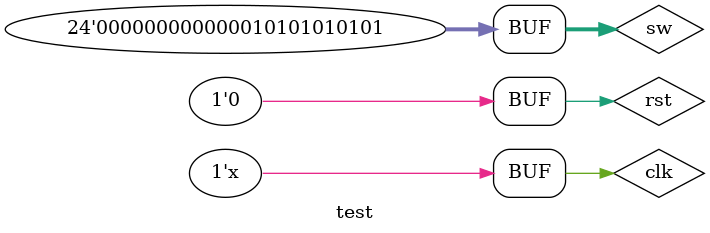
<source format=v>
`timescale 1ns / 1ps


module test();
reg clk = 1'b0, rst = 1'b0; 
reg [23:0] sw = 24'b10101010101;
wire [23:0] led;
wire tclk;
wire [31:0] Ins;
wire [31:0] test;
initial #100 rst = 1'b1;
initial #120 rst = 1'b0;
always #5 clk = ~clk;
cpu cpu1(rst, clk, sw, led, Ins);
endmodule
</source>
